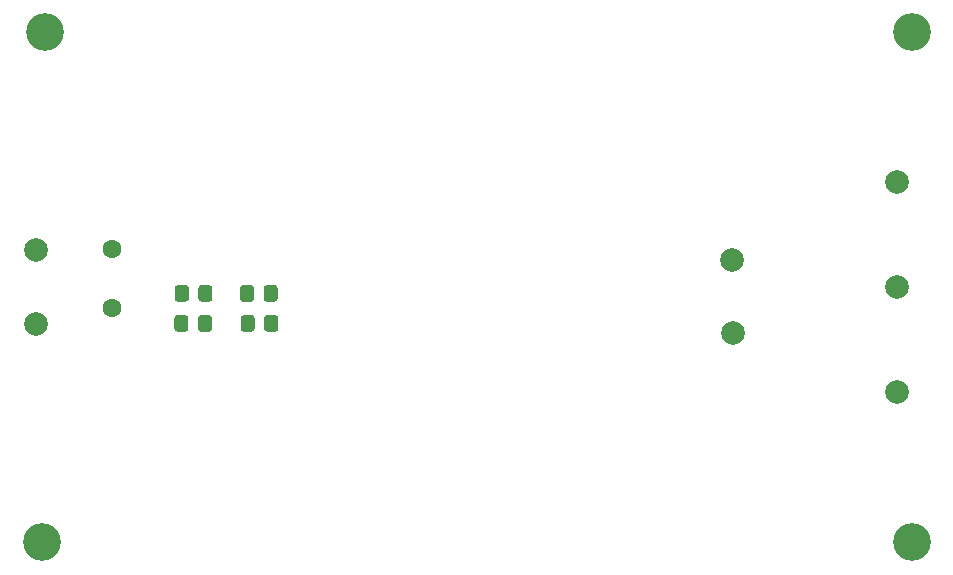
<source format=gbr>
G04 #@! TF.GenerationSoftware,KiCad,Pcbnew,(5.1.10-0-10_14)*
G04 #@! TF.CreationDate,2021-07-28T14:37:46+02:00*
G04 #@! TF.ProjectId,pre-amp-discret,7072652d-616d-4702-9d64-697363726574,rev?*
G04 #@! TF.SameCoordinates,Original*
G04 #@! TF.FileFunction,Soldermask,Bot*
G04 #@! TF.FilePolarity,Negative*
%FSLAX46Y46*%
G04 Gerber Fmt 4.6, Leading zero omitted, Abs format (unit mm)*
G04 Created by KiCad (PCBNEW (5.1.10-0-10_14)) date 2021-07-28 14:37:46*
%MOMM*%
%LPD*%
G01*
G04 APERTURE LIST*
%ADD10C,1.600000*%
%ADD11C,2.000000*%
%ADD12C,3.200000*%
G04 APERTURE END LIST*
G36*
G01*
X138420400Y-124517999D02*
X138420400Y-125418001D01*
G75*
G02*
X138170401Y-125668000I-249999J0D01*
G01*
X137470399Y-125668000D01*
G75*
G02*
X137220400Y-125418001I0J249999D01*
G01*
X137220400Y-124517999D01*
G75*
G02*
X137470399Y-124268000I249999J0D01*
G01*
X138170401Y-124268000D01*
G75*
G02*
X138420400Y-124517999I0J-249999D01*
G01*
G37*
G36*
G01*
X140420400Y-124517999D02*
X140420400Y-125418001D01*
G75*
G02*
X140170401Y-125668000I-249999J0D01*
G01*
X139470399Y-125668000D01*
G75*
G02*
X139220400Y-125418001I0J249999D01*
G01*
X139220400Y-124517999D01*
G75*
G02*
X139470399Y-124268000I249999J0D01*
G01*
X140170401Y-124268000D01*
G75*
G02*
X140420400Y-124517999I0J-249999D01*
G01*
G37*
G36*
G01*
X139252400Y-122878001D02*
X139252400Y-121977999D01*
G75*
G02*
X139502399Y-121728000I249999J0D01*
G01*
X140202401Y-121728000D01*
G75*
G02*
X140452400Y-121977999I0J-249999D01*
G01*
X140452400Y-122878001D01*
G75*
G02*
X140202401Y-123128000I-249999J0D01*
G01*
X139502399Y-123128000D01*
G75*
G02*
X139252400Y-122878001I0J249999D01*
G01*
G37*
G36*
G01*
X137252400Y-122878001D02*
X137252400Y-121977999D01*
G75*
G02*
X137502399Y-121728000I249999J0D01*
G01*
X138202401Y-121728000D01*
G75*
G02*
X138452400Y-121977999I0J-249999D01*
G01*
X138452400Y-122878001D01*
G75*
G02*
X138202401Y-123128000I-249999J0D01*
G01*
X137502399Y-123128000D01*
G75*
G02*
X137252400Y-122878001I0J249999D01*
G01*
G37*
D10*
X131978400Y-118698000D03*
X131978400Y-123698000D03*
G36*
G01*
X143973600Y-121977999D02*
X143973600Y-122878001D01*
G75*
G02*
X143723601Y-123128000I-249999J0D01*
G01*
X143023599Y-123128000D01*
G75*
G02*
X142773600Y-122878001I0J249999D01*
G01*
X142773600Y-121977999D01*
G75*
G02*
X143023599Y-121728000I249999J0D01*
G01*
X143723601Y-121728000D01*
G75*
G02*
X143973600Y-121977999I0J-249999D01*
G01*
G37*
G36*
G01*
X145973600Y-121977999D02*
X145973600Y-122878001D01*
G75*
G02*
X145723601Y-123128000I-249999J0D01*
G01*
X145023599Y-123128000D01*
G75*
G02*
X144773600Y-122878001I0J249999D01*
G01*
X144773600Y-121977999D01*
G75*
G02*
X145023599Y-121728000I249999J0D01*
G01*
X145723601Y-121728000D01*
G75*
G02*
X145973600Y-121977999I0J-249999D01*
G01*
G37*
D11*
X184467500Y-119570500D03*
X184492900Y-125793500D03*
X198374000Y-121920000D03*
X125476000Y-118719600D03*
X198374000Y-130810000D03*
X125476000Y-125018800D03*
X198374000Y-113030000D03*
G36*
G01*
X144824400Y-125418001D02*
X144824400Y-124517999D01*
G75*
G02*
X145074399Y-124268000I249999J0D01*
G01*
X145774401Y-124268000D01*
G75*
G02*
X146024400Y-124517999I0J-249999D01*
G01*
X146024400Y-125418001D01*
G75*
G02*
X145774401Y-125668000I-249999J0D01*
G01*
X145074399Y-125668000D01*
G75*
G02*
X144824400Y-125418001I0J249999D01*
G01*
G37*
G36*
G01*
X142824400Y-125418001D02*
X142824400Y-124517999D01*
G75*
G02*
X143074399Y-124268000I249999J0D01*
G01*
X143774401Y-124268000D01*
G75*
G02*
X144024400Y-124517999I0J-249999D01*
G01*
X144024400Y-125418001D01*
G75*
G02*
X143774401Y-125668000I-249999J0D01*
G01*
X143074399Y-125668000D01*
G75*
G02*
X142824400Y-125418001I0J249999D01*
G01*
G37*
D12*
X126238000Y-100330000D03*
X125984000Y-143510000D03*
X199644000Y-143510000D03*
X199644000Y-100330000D03*
M02*

</source>
